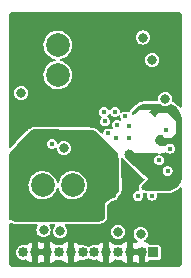
<source format=gbr>
%TF.GenerationSoftware,KiCad,Pcbnew,(6.0.5)*%
%TF.CreationDate,2023-11-22T15:12:11+07:00*%
%TF.ProjectId,lidar,6c696461-722e-46b6-9963-61645f706362,rev?*%
%TF.SameCoordinates,Original*%
%TF.FileFunction,Copper,L3,Inr*%
%TF.FilePolarity,Positive*%
%FSLAX46Y46*%
G04 Gerber Fmt 4.6, Leading zero omitted, Abs format (unit mm)*
G04 Created by KiCad (PCBNEW (6.0.5)) date 2023-11-22 15:12:11*
%MOMM*%
%LPD*%
G01*
G04 APERTURE LIST*
%TA.AperFunction,ComponentPad*%
%ADD10C,0.400000*%
%TD*%
%TA.AperFunction,ComponentPad*%
%ADD11R,0.850000X0.850000*%
%TD*%
%TA.AperFunction,ComponentPad*%
%ADD12O,0.850000X0.850000*%
%TD*%
%TA.AperFunction,ComponentPad*%
%ADD13C,2.000000*%
%TD*%
%TA.AperFunction,ViaPad*%
%ADD14C,0.400000*%
%TD*%
%TA.AperFunction,ViaPad*%
%ADD15C,0.800000*%
%TD*%
G04 APERTURE END LIST*
D10*
%TO.N,GND1*%
%TO.C,U1*%
X137275216Y-83724784D03*
X138000000Y-83000000D03*
X138724784Y-82275216D03*
X136921662Y-81921662D03*
X139078338Y-84078338D03*
%TD*%
D11*
%TO.N,/SCL_S*%
%TO.C,J1*%
X141100000Y-93800000D03*
D12*
%TO.N,GND3*%
X140100000Y-93800000D03*
X139100000Y-93800000D03*
%TO.N,/GP1*%
X138100000Y-93800000D03*
%TO.N,GND3*%
X137100000Y-93800000D03*
%TO.N,/VDD_EXT_3P3*%
X136100000Y-93800000D03*
%TO.N,/VSYNC_RST*%
X135100000Y-93800000D03*
%TO.N,GND3*%
X134100000Y-93800000D03*
%TO.N,/GP2*%
X133100000Y-93800000D03*
%TO.N,GND3*%
X132100000Y-93800000D03*
X131100000Y-93800000D03*
%TO.N,/SDA_S*%
X130100000Y-93800000D03*
%TD*%
D13*
%TO.N,GND1*%
%TO.C,D2*%
X133000000Y-76230000D03*
%TO.N,Net-(D2-Pad2)*%
X133000000Y-78770000D03*
%TD*%
%TO.N,/VDD_LED*%
%TO.C,D1*%
X131730000Y-88100000D03*
%TO.N,Net-(D1-PadC)*%
X134270000Y-88100000D03*
%TD*%
D14*
%TO.N,GND1*%
X139000000Y-83100000D03*
X137000000Y-82700000D03*
X137921662Y-84078338D03*
X137856274Y-81891352D03*
%TO.N,GND3*%
X143200000Y-91800000D03*
D15*
X140200000Y-74400000D03*
D14*
%TO.N,GND*%
X130600000Y-90900000D03*
D15*
X140200000Y-75600000D03*
D14*
X129400000Y-90400000D03*
X131700000Y-84300000D03*
D15*
X141000000Y-77500000D03*
D14*
X129400000Y-85700000D03*
X139800000Y-89000000D03*
X132600000Y-85700000D03*
D15*
%TO.N,/VDD_LED*%
X140026944Y-92226944D03*
X131800000Y-91900000D03*
D14*
%TO.N,GND2*%
X140979122Y-88979122D03*
D15*
X133513000Y-84979000D03*
%TO.N,/IOVDD_DUT*%
X142750000Y-81850000D03*
D14*
X140674500Y-88200000D03*
%TO.N,/SCL_S*%
X142500000Y-85000000D03*
%TO.N,/SDA_S*%
X132500000Y-84600000D03*
X142200000Y-83400000D03*
D15*
%TO.N,/GP1*%
X138100000Y-92050500D03*
D14*
X142300000Y-86900000D03*
%TO.N,/GP2*%
X141600000Y-86000000D03*
D15*
X133200000Y-92000000D03*
%TO.N,/VSYNC_RST*%
X142100000Y-80800000D03*
X129900000Y-80300000D03*
%TD*%
%TA.AperFunction,Conductor*%
%TO.N,GND*%
G36*
X132170862Y-83370133D02*
G01*
X134145935Y-83387336D01*
X135483264Y-83398983D01*
X135557967Y-83399634D01*
X135559994Y-83399672D01*
X135574412Y-83400093D01*
X135597946Y-83400780D01*
X135601991Y-83400982D01*
X135639852Y-83403643D01*
X135641811Y-83403801D01*
X135825511Y-83420501D01*
X135869279Y-83424480D01*
X135880609Y-83426175D01*
X135947099Y-83440100D01*
X136036223Y-83458766D01*
X136057912Y-83466007D01*
X136196656Y-83530991D01*
X136216105Y-83543019D01*
X136340755Y-83641694D01*
X136349312Y-83649312D01*
X137861253Y-85161253D01*
X137867634Y-85168278D01*
X137980383Y-85305028D01*
X137990981Y-85320733D01*
X138073321Y-85472287D01*
X138080731Y-85489726D01*
X138103416Y-85561560D01*
X138132670Y-85654196D01*
X138136621Y-85672738D01*
X138156795Y-85848809D01*
X138157423Y-85858279D01*
X138199831Y-88190718D01*
X138199838Y-88191163D01*
X138199953Y-88199566D01*
X138199961Y-88200473D01*
X138199999Y-88208867D01*
X138200000Y-88209315D01*
X138200000Y-88511596D01*
X138198675Y-88527740D01*
X138184754Y-88611967D01*
X138174365Y-88642536D01*
X138137970Y-88710542D01*
X138118297Y-88736145D01*
X138055931Y-88794455D01*
X138043238Y-88804508D01*
X137900000Y-88900000D01*
X137900000Y-89048875D01*
X137898744Y-89054688D01*
X137886770Y-89099376D01*
X137861147Y-89143757D01*
X137843757Y-89161147D01*
X137799375Y-89186770D01*
X137755488Y-89198529D01*
X137748391Y-89200000D01*
X137600000Y-89200000D01*
X137475194Y-89283204D01*
X137475192Y-89283205D01*
X137300000Y-89400000D01*
X137000000Y-89600000D01*
X137000000Y-90723364D01*
X136998906Y-90738040D01*
X136984721Y-90832672D01*
X136976116Y-90860732D01*
X136938028Y-90940320D01*
X136921573Y-90964625D01*
X136861821Y-91029550D01*
X136838972Y-91047954D01*
X136756362Y-91096278D01*
X136743152Y-91102739D01*
X136683183Y-91126727D01*
X136674285Y-91129804D01*
X136505587Y-91179297D01*
X136487121Y-91182853D01*
X136312113Y-91199552D01*
X136302709Y-91200000D01*
X129566262Y-91200000D01*
X129558307Y-91199680D01*
X129556720Y-91199552D01*
X129410046Y-91187728D01*
X129394355Y-91185182D01*
X129249894Y-91149629D01*
X129242285Y-91147428D01*
X129180700Y-91126900D01*
X129057335Y-91085778D01*
X129043122Y-91079772D01*
X128953969Y-91033597D01*
X128910994Y-90990047D01*
X128900500Y-90945689D01*
X128900500Y-88068440D01*
X130524770Y-88068440D01*
X130530428Y-88154760D01*
X130532814Y-88191163D01*
X130539200Y-88288604D01*
X130540316Y-88292997D01*
X130540316Y-88292999D01*
X130563873Y-88385754D01*
X130593511Y-88502452D01*
X130685883Y-88702821D01*
X130813222Y-88883002D01*
X130971264Y-89036961D01*
X131154717Y-89159540D01*
X131357436Y-89246635D01*
X131435165Y-89264223D01*
X131568206Y-89294328D01*
X131568211Y-89294329D01*
X131572632Y-89295329D01*
X131682865Y-89299660D01*
X131788565Y-89303813D01*
X131788566Y-89303813D01*
X131793098Y-89303991D01*
X132011452Y-89272331D01*
X132015751Y-89270872D01*
X132015754Y-89270871D01*
X132216078Y-89202870D01*
X132220379Y-89201410D01*
X132225524Y-89198529D01*
X132408925Y-89095819D01*
X132412884Y-89093602D01*
X132582518Y-88952518D01*
X132723602Y-88782884D01*
X132831410Y-88590379D01*
X132902331Y-88381452D01*
X132903763Y-88371575D01*
X132930826Y-88316700D01*
X132984976Y-88288213D01*
X133045528Y-88296995D01*
X133089353Y-88339691D01*
X133097691Y-88361414D01*
X133133511Y-88502452D01*
X133225883Y-88702821D01*
X133353222Y-88883002D01*
X133511264Y-89036961D01*
X133694717Y-89159540D01*
X133897436Y-89246635D01*
X133975165Y-89264223D01*
X134108206Y-89294328D01*
X134108211Y-89294329D01*
X134112632Y-89295329D01*
X134222865Y-89299660D01*
X134328565Y-89303813D01*
X134328566Y-89303813D01*
X134333098Y-89303991D01*
X134551452Y-89272331D01*
X134555751Y-89270872D01*
X134555754Y-89270871D01*
X134756078Y-89202870D01*
X134760379Y-89201410D01*
X134765524Y-89198529D01*
X134948925Y-89095819D01*
X134952884Y-89093602D01*
X135122518Y-88952518D01*
X135263602Y-88782884D01*
X135371410Y-88590379D01*
X135442331Y-88381452D01*
X135455156Y-88292999D01*
X135473571Y-88165997D01*
X135473571Y-88165991D01*
X135473991Y-88163098D01*
X135475643Y-88100000D01*
X135455454Y-87880289D01*
X135395565Y-87667936D01*
X135393557Y-87663864D01*
X135393555Y-87663859D01*
X135299988Y-87474125D01*
X135297980Y-87470053D01*
X135165967Y-87293267D01*
X135003949Y-87143499D01*
X134817350Y-87025764D01*
X134612421Y-86944006D01*
X134396024Y-86900962D01*
X134287347Y-86899539D01*
X134179946Y-86898133D01*
X134179941Y-86898133D01*
X134175406Y-86898074D01*
X134170933Y-86898843D01*
X134170928Y-86898843D01*
X133962435Y-86934668D01*
X133962429Y-86934670D01*
X133957957Y-86935438D01*
X133930176Y-86945687D01*
X133755220Y-87010231D01*
X133755217Y-87010232D01*
X133750957Y-87011804D01*
X133747054Y-87014126D01*
X133747052Y-87014127D01*
X133727492Y-87025764D01*
X133561341Y-87124614D01*
X133557926Y-87127609D01*
X133557923Y-87127611D01*
X133450036Y-87222225D01*
X133395457Y-87270090D01*
X133258863Y-87443360D01*
X133156131Y-87638620D01*
X133154787Y-87642949D01*
X133154786Y-87642952D01*
X133093402Y-87840641D01*
X133058089Y-87890608D01*
X133000151Y-87910276D01*
X132941718Y-87892132D01*
X132903572Y-87838157D01*
X132856798Y-87672308D01*
X132855565Y-87667936D01*
X132853557Y-87663864D01*
X132853555Y-87663859D01*
X132759988Y-87474125D01*
X132757980Y-87470053D01*
X132625967Y-87293267D01*
X132463949Y-87143499D01*
X132277350Y-87025764D01*
X132072421Y-86944006D01*
X131856024Y-86900962D01*
X131747347Y-86899539D01*
X131639946Y-86898133D01*
X131639941Y-86898133D01*
X131635406Y-86898074D01*
X131630933Y-86898843D01*
X131630928Y-86898843D01*
X131422435Y-86934668D01*
X131422429Y-86934670D01*
X131417957Y-86935438D01*
X131390176Y-86945687D01*
X131215220Y-87010231D01*
X131215217Y-87010232D01*
X131210957Y-87011804D01*
X131207054Y-87014126D01*
X131207052Y-87014127D01*
X131187492Y-87025764D01*
X131021341Y-87124614D01*
X131017926Y-87127609D01*
X131017923Y-87127611D01*
X130910036Y-87222225D01*
X130855457Y-87270090D01*
X130718863Y-87443360D01*
X130616131Y-87638620D01*
X130550703Y-87849333D01*
X130550169Y-87853843D01*
X130550169Y-87853844D01*
X130547039Y-87880289D01*
X130524770Y-88068440D01*
X128900500Y-88068440D01*
X128900500Y-85468305D01*
X128922504Y-85406075D01*
X129073030Y-85219835D01*
X129073784Y-85218915D01*
X129087986Y-85201769D01*
X129089529Y-85199950D01*
X129104161Y-85183127D01*
X129104950Y-85182231D01*
X129117385Y-85168278D01*
X129564051Y-84667056D01*
X129564390Y-84666678D01*
X129571181Y-84659142D01*
X129571835Y-84658423D01*
X129578844Y-84650815D01*
X129579146Y-84650489D01*
X129626173Y-84600000D01*
X132074258Y-84600000D01*
X132075477Y-84607697D01*
X132087270Y-84682154D01*
X132095095Y-84731562D01*
X132098631Y-84738501D01*
X132098631Y-84738502D01*
X132141297Y-84822238D01*
X132155567Y-84850245D01*
X132249755Y-84944433D01*
X132256692Y-84947968D01*
X132256694Y-84947969D01*
X132330224Y-84985434D01*
X132368438Y-85004905D01*
X132376131Y-85006124D01*
X132376133Y-85006124D01*
X132492303Y-85024523D01*
X132500000Y-85025742D01*
X132507697Y-85024523D01*
X132623867Y-85006124D01*
X132623869Y-85006124D01*
X132631562Y-85004905D01*
X132669776Y-84985434D01*
X132743302Y-84947971D01*
X132743305Y-84947969D01*
X132750245Y-84944433D01*
X132755096Y-84939582D01*
X132812838Y-84920821D01*
X132871029Y-84939728D01*
X132906993Y-84989228D01*
X132910991Y-85006899D01*
X132927956Y-85135762D01*
X132988464Y-85281841D01*
X133084718Y-85407282D01*
X133210159Y-85503536D01*
X133356238Y-85564044D01*
X133513000Y-85584682D01*
X133669762Y-85564044D01*
X133815841Y-85503536D01*
X133941282Y-85407282D01*
X134037536Y-85281841D01*
X134098044Y-85135762D01*
X134115737Y-85001369D01*
X134117835Y-84985434D01*
X134118682Y-84979000D01*
X134098044Y-84822238D01*
X134037536Y-84676159D01*
X133941282Y-84550718D01*
X133815841Y-84454464D01*
X133669762Y-84393956D01*
X133513000Y-84373318D01*
X133356238Y-84393956D01*
X133210159Y-84454464D01*
X133084718Y-84550718D01*
X133080764Y-84555871D01*
X133078294Y-84558341D01*
X133023777Y-84586118D01*
X132963345Y-84576547D01*
X132920080Y-84533282D01*
X132910509Y-84503822D01*
X132906124Y-84476134D01*
X132906124Y-84476133D01*
X132904905Y-84468438D01*
X132844433Y-84349755D01*
X132750245Y-84255567D01*
X132743308Y-84252032D01*
X132743306Y-84252031D01*
X132638502Y-84198631D01*
X132638501Y-84198631D01*
X132631562Y-84195095D01*
X132623869Y-84193876D01*
X132623867Y-84193876D01*
X132507697Y-84175477D01*
X132500000Y-84174258D01*
X132492303Y-84175477D01*
X132376133Y-84193876D01*
X132376131Y-84193876D01*
X132368438Y-84195095D01*
X132361499Y-84198631D01*
X132361498Y-84198631D01*
X132256694Y-84252031D01*
X132256692Y-84252032D01*
X132249755Y-84255567D01*
X132155567Y-84349755D01*
X132095095Y-84468438D01*
X132093876Y-84476131D01*
X132093876Y-84476133D01*
X132076457Y-84586118D01*
X132074258Y-84600000D01*
X129626173Y-84600000D01*
X130479338Y-83684026D01*
X130486712Y-83676890D01*
X130631099Y-83550970D01*
X130647854Y-83539171D01*
X130810581Y-83448193D01*
X130829403Y-83440101D01*
X131007364Y-83384585D01*
X131027456Y-83380539D01*
X131218187Y-83362367D01*
X131228439Y-83361925D01*
X132170862Y-83370133D01*
G37*
%TD.AperFunction*%
%TD*%
%TA.AperFunction,Conductor*%
%TO.N,GND3*%
G36*
X138540123Y-85790960D02*
G01*
X138544568Y-85797185D01*
X138551872Y-85808298D01*
X138614617Y-85889727D01*
X138624482Y-85901581D01*
X138634397Y-85912625D01*
X138645126Y-85923709D01*
X138645796Y-85924351D01*
X138724734Y-86000000D01*
X139663864Y-86900000D01*
X139818683Y-87048368D01*
X140329184Y-87537598D01*
X140358115Y-87591512D01*
X140349831Y-87652134D01*
X140330661Y-87679106D01*
X140002709Y-88006791D01*
X140001607Y-88008053D01*
X140001599Y-88008062D01*
X139985410Y-88026609D01*
X139984299Y-88027882D01*
X139968022Y-88049317D01*
X139952645Y-88072721D01*
X139951830Y-88074167D01*
X139951826Y-88074174D01*
X139926126Y-88119787D01*
X139926123Y-88119794D01*
X139924469Y-88122729D01*
X139903914Y-88174685D01*
X139891218Y-88226486D01*
X139885419Y-88282056D01*
X139886820Y-88325324D01*
X139896201Y-88380399D01*
X139912220Y-88431267D01*
X139913662Y-88434318D01*
X139913666Y-88434329D01*
X139914292Y-88435654D01*
X139914344Y-88436061D01*
X139914895Y-88437468D01*
X139914542Y-88437606D01*
X139922058Y-88496344D01*
X139892668Y-88550008D01*
X139837347Y-88576148D01*
X139809297Y-88575730D01*
X139807699Y-88575477D01*
X139807697Y-88575477D01*
X139800000Y-88574258D01*
X139792303Y-88575477D01*
X139676133Y-88593876D01*
X139676131Y-88593876D01*
X139668438Y-88595095D01*
X139661499Y-88598631D01*
X139661498Y-88598631D01*
X139556694Y-88652031D01*
X139556692Y-88652032D01*
X139549755Y-88655567D01*
X139455567Y-88749755D01*
X139452032Y-88756692D01*
X139452031Y-88756694D01*
X139411750Y-88835751D01*
X139395095Y-88868438D01*
X139393876Y-88876131D01*
X139393876Y-88876133D01*
X139378232Y-88974910D01*
X139374258Y-89000000D01*
X139375477Y-89007697D01*
X139390570Y-89102989D01*
X139395095Y-89131562D01*
X139398631Y-89138501D01*
X139398631Y-89138502D01*
X139447735Y-89234873D01*
X139455567Y-89250245D01*
X139549755Y-89344433D01*
X139556692Y-89347968D01*
X139556694Y-89347969D01*
X139661498Y-89401369D01*
X139668438Y-89404905D01*
X139676131Y-89406124D01*
X139676133Y-89406124D01*
X139792303Y-89424523D01*
X139800000Y-89425742D01*
X139807697Y-89424523D01*
X139923867Y-89406124D01*
X139923869Y-89406124D01*
X139931562Y-89404905D01*
X139938502Y-89401369D01*
X140043306Y-89347969D01*
X140043308Y-89347968D01*
X140050245Y-89344433D01*
X140144433Y-89250245D01*
X140152266Y-89234873D01*
X140201369Y-89138502D01*
X140201369Y-89138501D01*
X140204905Y-89131562D01*
X140209431Y-89102989D01*
X140224523Y-89007697D01*
X140225742Y-89000000D01*
X140204905Y-88868438D01*
X140204157Y-88866970D01*
X140204160Y-88808893D01*
X140240126Y-88759394D01*
X140298318Y-88740490D01*
X140322474Y-88743484D01*
X140326132Y-88744405D01*
X140326164Y-88744412D01*
X140327579Y-88744768D01*
X140329038Y-88745044D01*
X140329036Y-88745044D01*
X140350004Y-88749017D01*
X140350009Y-88749018D01*
X140351472Y-88749295D01*
X140457503Y-88762947D01*
X140469611Y-88764142D01*
X140470320Y-88764191D01*
X140470369Y-88764195D01*
X140478270Y-88764740D01*
X140535022Y-88787606D01*
X140567494Y-88839463D01*
X140569239Y-88878991D01*
X140553380Y-88979122D01*
X140554599Y-88986819D01*
X140572312Y-89098654D01*
X140574217Y-89110684D01*
X140577753Y-89117623D01*
X140577753Y-89117624D01*
X140620809Y-89202125D01*
X140634689Y-89229367D01*
X140728877Y-89323555D01*
X140735814Y-89327090D01*
X140735816Y-89327091D01*
X140840620Y-89380491D01*
X140847560Y-89384027D01*
X140855253Y-89385246D01*
X140855255Y-89385246D01*
X140971425Y-89403645D01*
X140979122Y-89404864D01*
X140986819Y-89403645D01*
X141102989Y-89385246D01*
X141102991Y-89385246D01*
X141110684Y-89384027D01*
X141117624Y-89380491D01*
X141222428Y-89327091D01*
X141222430Y-89327090D01*
X141229367Y-89323555D01*
X141323555Y-89229367D01*
X141337436Y-89202125D01*
X141380491Y-89117624D01*
X141380491Y-89117623D01*
X141384027Y-89110684D01*
X141385933Y-89098654D01*
X141403645Y-88986819D01*
X141404864Y-88979122D01*
X141401229Y-88956168D01*
X141390666Y-88889477D01*
X141400238Y-88829045D01*
X141443502Y-88785780D01*
X141489396Y-88774995D01*
X142320114Y-88782977D01*
X142320662Y-88782970D01*
X142320682Y-88782970D01*
X142328782Y-88782867D01*
X142328825Y-88782866D01*
X142329292Y-88782860D01*
X142329794Y-88782842D01*
X142329810Y-88782842D01*
X142337563Y-88782570D01*
X142337573Y-88782570D01*
X142338130Y-88782550D01*
X142347297Y-88782023D01*
X142347883Y-88781976D01*
X142347900Y-88781975D01*
X142410281Y-88776990D01*
X142511968Y-88768863D01*
X142513074Y-88768725D01*
X142513090Y-88768723D01*
X142521134Y-88767716D01*
X142530192Y-88766583D01*
X142547606Y-88763609D01*
X142558862Y-88761165D01*
X142564473Y-88759947D01*
X142564486Y-88759944D01*
X142565540Y-88759715D01*
X142720950Y-88718625D01*
X142738467Y-88713146D01*
X142739492Y-88712774D01*
X142739502Y-88712771D01*
X142754025Y-88707505D01*
X142755079Y-88707123D01*
X142772045Y-88700099D01*
X142917676Y-88632034D01*
X142933944Y-88623525D01*
X142949221Y-88614644D01*
X142964663Y-88604719D01*
X143099510Y-88509275D01*
X143099936Y-88508959D01*
X143099976Y-88508930D01*
X143103145Y-88506578D01*
X143106891Y-88503799D01*
X143113847Y-88498393D01*
X143120963Y-88492603D01*
X143133674Y-88481781D01*
X143276872Y-88359863D01*
X143276904Y-88359835D01*
X143277409Y-88359405D01*
X143285675Y-88351972D01*
X143286141Y-88351530D01*
X143286159Y-88351513D01*
X143292923Y-88345092D01*
X143292951Y-88345065D01*
X143293431Y-88344609D01*
X143301281Y-88336744D01*
X143328558Y-88307890D01*
X143382273Y-88278592D01*
X143442950Y-88286463D01*
X143487413Y-88328495D01*
X143499500Y-88375900D01*
X143499500Y-94759103D01*
X143477028Y-94821908D01*
X143413290Y-94899573D01*
X143399573Y-94913290D01*
X143321908Y-94977028D01*
X143259103Y-94999500D01*
X129140897Y-94999500D01*
X129078092Y-94977028D01*
X129000427Y-94913290D01*
X128986710Y-94899573D01*
X128922972Y-94821908D01*
X128900500Y-94759103D01*
X128900500Y-93793402D01*
X129469941Y-93793402D01*
X129486554Y-93943883D01*
X129488606Y-93949490D01*
X129536530Y-94080451D01*
X129536532Y-94080455D01*
X129538582Y-94086057D01*
X129623022Y-94211716D01*
X129627434Y-94215731D01*
X129627437Y-94215734D01*
X129713083Y-94293666D01*
X129734998Y-94313607D01*
X129793137Y-94345174D01*
X129862801Y-94382999D01*
X129862803Y-94383000D01*
X129868047Y-94385847D01*
X129944798Y-94405982D01*
X130008717Y-94422751D01*
X130008721Y-94422751D01*
X130014486Y-94424264D01*
X130020447Y-94424358D01*
X130020450Y-94424358D01*
X130090175Y-94425453D01*
X130165863Y-94426642D01*
X130171679Y-94425310D01*
X130310499Y-94393516D01*
X130371442Y-94398955D01*
X130406173Y-94423773D01*
X130468790Y-94493317D01*
X130476460Y-94500223D01*
X130626739Y-94609407D01*
X130635664Y-94614560D01*
X130805361Y-94690114D01*
X130815170Y-94693301D01*
X130830662Y-94696594D01*
X130843750Y-94695218D01*
X130846000Y-94686821D01*
X130846000Y-94684174D01*
X131354000Y-94684174D01*
X131358067Y-94696690D01*
X131366746Y-94697145D01*
X131384830Y-94693301D01*
X131394639Y-94690114D01*
X131559733Y-94616609D01*
X131620583Y-94610213D01*
X131640267Y-94616609D01*
X131805361Y-94690114D01*
X131815170Y-94693301D01*
X131830662Y-94696594D01*
X131843750Y-94695218D01*
X131846000Y-94686821D01*
X131846000Y-94684174D01*
X132354000Y-94684174D01*
X132358067Y-94696690D01*
X132366746Y-94697145D01*
X132384830Y-94693301D01*
X132394639Y-94690114D01*
X132564336Y-94614560D01*
X132573261Y-94609407D01*
X132723540Y-94500223D01*
X132731210Y-94493317D01*
X132795276Y-94422164D01*
X132848264Y-94391571D01*
X132893969Y-94392648D01*
X132974854Y-94413867D01*
X133014486Y-94424264D01*
X133020447Y-94424358D01*
X133020450Y-94424358D01*
X133090175Y-94425453D01*
X133165863Y-94426642D01*
X133171679Y-94425310D01*
X133310499Y-94393516D01*
X133371442Y-94398955D01*
X133406173Y-94423773D01*
X133468790Y-94493317D01*
X133476460Y-94500223D01*
X133626739Y-94609407D01*
X133635664Y-94614560D01*
X133805361Y-94690114D01*
X133815170Y-94693301D01*
X133830662Y-94696594D01*
X133843750Y-94695218D01*
X133846000Y-94686821D01*
X133846000Y-94684174D01*
X134354000Y-94684174D01*
X134358067Y-94696690D01*
X134366746Y-94697145D01*
X134384830Y-94693301D01*
X134394639Y-94690114D01*
X134564336Y-94614560D01*
X134573261Y-94609407D01*
X134723540Y-94500223D01*
X134731210Y-94493317D01*
X134795276Y-94422164D01*
X134848264Y-94391571D01*
X134893969Y-94392648D01*
X134974854Y-94413867D01*
X135014486Y-94424264D01*
X135020447Y-94424358D01*
X135020450Y-94424358D01*
X135090175Y-94425453D01*
X135165863Y-94426642D01*
X135171679Y-94425310D01*
X135307614Y-94394177D01*
X135307617Y-94394176D01*
X135313437Y-94392843D01*
X135324337Y-94387361D01*
X135443355Y-94327502D01*
X135443357Y-94327501D01*
X135448689Y-94324819D01*
X135536364Y-94249937D01*
X135592891Y-94226522D01*
X135652386Y-94240805D01*
X135667280Y-94251988D01*
X135734998Y-94313607D01*
X135793137Y-94345174D01*
X135862801Y-94382999D01*
X135862803Y-94383000D01*
X135868047Y-94385847D01*
X135944798Y-94405982D01*
X136008717Y-94422751D01*
X136008721Y-94422751D01*
X136014486Y-94424264D01*
X136020447Y-94424358D01*
X136020450Y-94424358D01*
X136090175Y-94425453D01*
X136165863Y-94426642D01*
X136171679Y-94425310D01*
X136310499Y-94393516D01*
X136371442Y-94398955D01*
X136406173Y-94423773D01*
X136468790Y-94493317D01*
X136476460Y-94500223D01*
X136626739Y-94609407D01*
X136635664Y-94614560D01*
X136805361Y-94690114D01*
X136815170Y-94693301D01*
X136830662Y-94696594D01*
X136843750Y-94695218D01*
X136846000Y-94686821D01*
X136846000Y-94684174D01*
X137354000Y-94684174D01*
X137358067Y-94696690D01*
X137366746Y-94697145D01*
X137384830Y-94693301D01*
X137394639Y-94690114D01*
X137564336Y-94614560D01*
X137573261Y-94609407D01*
X137723540Y-94500223D01*
X137731210Y-94493317D01*
X137795276Y-94422164D01*
X137848264Y-94391571D01*
X137893969Y-94392648D01*
X137974854Y-94413867D01*
X138014486Y-94424264D01*
X138020447Y-94424358D01*
X138020450Y-94424358D01*
X138090175Y-94425453D01*
X138165863Y-94426642D01*
X138171679Y-94425310D01*
X138310499Y-94393516D01*
X138371442Y-94398955D01*
X138406173Y-94423773D01*
X138468790Y-94493317D01*
X138476460Y-94500223D01*
X138626739Y-94609407D01*
X138635664Y-94614560D01*
X138805361Y-94690114D01*
X138815170Y-94693301D01*
X138830662Y-94696594D01*
X138843750Y-94695218D01*
X138846000Y-94686821D01*
X138846000Y-94684174D01*
X139354000Y-94684174D01*
X139358067Y-94696690D01*
X139366746Y-94697145D01*
X139384830Y-94693301D01*
X139394639Y-94690114D01*
X139559733Y-94616609D01*
X139620583Y-94610213D01*
X139640267Y-94616609D01*
X139805361Y-94690114D01*
X139815170Y-94693301D01*
X139830662Y-94696594D01*
X139843750Y-94695218D01*
X139846000Y-94686821D01*
X139846000Y-94069680D01*
X139841878Y-94056995D01*
X139837757Y-94054000D01*
X139369680Y-94054000D01*
X139356995Y-94058122D01*
X139354000Y-94062243D01*
X139354000Y-94684174D01*
X138846000Y-94684174D01*
X138846000Y-93530320D01*
X139354000Y-93530320D01*
X139358122Y-93543005D01*
X139362243Y-93546000D01*
X140255000Y-93546000D01*
X140313191Y-93564907D01*
X140349155Y-93614407D01*
X140354000Y-93645000D01*
X140354000Y-94684174D01*
X140358067Y-94696690D01*
X140366746Y-94697145D01*
X140384830Y-94693301D01*
X140394639Y-94690114D01*
X140564336Y-94614560D01*
X140573261Y-94609407D01*
X140723540Y-94500223D01*
X140731215Y-94493312D01*
X140762780Y-94458256D01*
X140815768Y-94427663D01*
X140836351Y-94425500D01*
X141544748Y-94425500D01*
X141570995Y-94420279D01*
X141593666Y-94415770D01*
X141593668Y-94415769D01*
X141603231Y-94413867D01*
X141669552Y-94369552D01*
X141713867Y-94303231D01*
X141725500Y-94244748D01*
X141725500Y-93355252D01*
X141713867Y-93296769D01*
X141669552Y-93230448D01*
X141603231Y-93186133D01*
X141593668Y-93184231D01*
X141593666Y-93184230D01*
X141570995Y-93179721D01*
X141544748Y-93174500D01*
X140836351Y-93174500D01*
X140778160Y-93155593D01*
X140762780Y-93141744D01*
X140731215Y-93106688D01*
X140723540Y-93099777D01*
X140573261Y-92990593D01*
X140564336Y-92985440D01*
X140394640Y-92909887D01*
X140383009Y-92906108D01*
X140333508Y-92870145D01*
X140314600Y-92811954D01*
X140333506Y-92753763D01*
X140353333Y-92733411D01*
X140450073Y-92659180D01*
X140455226Y-92655226D01*
X140551480Y-92529785D01*
X140611988Y-92383706D01*
X140632626Y-92226944D01*
X140611988Y-92070182D01*
X140606501Y-92056934D01*
X140582918Y-92000000D01*
X140551480Y-91924103D01*
X140455226Y-91798662D01*
X140329785Y-91702408D01*
X140183706Y-91641900D01*
X140026944Y-91621262D01*
X139870182Y-91641900D01*
X139724103Y-91702408D01*
X139598662Y-91798662D01*
X139502408Y-91924103D01*
X139470970Y-92000000D01*
X139447388Y-92056934D01*
X139441900Y-92070182D01*
X139421262Y-92226944D01*
X139441900Y-92383706D01*
X139502408Y-92529785D01*
X139598662Y-92655226D01*
X139724103Y-92751480D01*
X139730100Y-92753964D01*
X139737622Y-92757080D01*
X139784148Y-92796816D01*
X139798432Y-92856310D01*
X139775018Y-92912839D01*
X139740004Y-92938985D01*
X139640267Y-92983391D01*
X139579417Y-92989787D01*
X139559733Y-92983391D01*
X139394639Y-92909886D01*
X139384830Y-92906699D01*
X139369338Y-92903406D01*
X139356250Y-92904782D01*
X139354000Y-92913179D01*
X139354000Y-93530320D01*
X138846000Y-93530320D01*
X138846000Y-92915826D01*
X138841933Y-92903310D01*
X138833254Y-92902855D01*
X138815170Y-92906699D01*
X138805361Y-92909886D01*
X138635671Y-92985437D01*
X138626732Y-92990598D01*
X138476465Y-93099773D01*
X138468785Y-93106688D01*
X138405140Y-93177373D01*
X138352152Y-93207966D01*
X138307451Y-93207146D01*
X138184762Y-93176328D01*
X138184759Y-93176328D01*
X138178972Y-93174874D01*
X138103276Y-93174478D01*
X138033545Y-93174113D01*
X138033543Y-93174113D01*
X138027579Y-93174082D01*
X138021776Y-93175475D01*
X138021777Y-93175475D01*
X137891058Y-93206857D01*
X137830061Y-93202056D01*
X137794375Y-93176835D01*
X137731215Y-93106687D01*
X137723540Y-93099777D01*
X137573261Y-92990593D01*
X137564336Y-92985440D01*
X137394639Y-92909886D01*
X137384830Y-92906699D01*
X137369338Y-92903406D01*
X137356250Y-92904782D01*
X137354000Y-92913179D01*
X137354000Y-94684174D01*
X136846000Y-94684174D01*
X136846000Y-92915826D01*
X136841933Y-92903310D01*
X136833254Y-92902855D01*
X136815170Y-92906699D01*
X136805361Y-92909886D01*
X136635671Y-92985437D01*
X136626732Y-92990598D01*
X136476465Y-93099773D01*
X136468785Y-93106688D01*
X136405140Y-93177373D01*
X136352152Y-93207966D01*
X136307451Y-93207146D01*
X136184762Y-93176328D01*
X136184759Y-93176328D01*
X136178972Y-93174874D01*
X136103276Y-93174478D01*
X136033545Y-93174113D01*
X136033543Y-93174113D01*
X136027579Y-93174082D01*
X136021776Y-93175475D01*
X136021777Y-93175475D01*
X135889856Y-93207146D01*
X135880367Y-93209424D01*
X135870434Y-93214551D01*
X135751141Y-93276122D01*
X135751139Y-93276124D01*
X135745835Y-93278861D01*
X135734602Y-93288660D01*
X135664860Y-93349500D01*
X135608581Y-93373505D01*
X135548939Y-93359845D01*
X135533923Y-93348815D01*
X135499709Y-93318332D01*
X135459603Y-93282599D01*
X135325805Y-93211757D01*
X135320017Y-93210303D01*
X135320014Y-93210302D01*
X135216219Y-93184230D01*
X135178972Y-93174874D01*
X135103276Y-93174478D01*
X135033545Y-93174113D01*
X135033543Y-93174113D01*
X135027579Y-93174082D01*
X135021776Y-93175475D01*
X135021777Y-93175475D01*
X134891058Y-93206857D01*
X134830061Y-93202056D01*
X134794375Y-93176835D01*
X134731215Y-93106687D01*
X134723540Y-93099777D01*
X134573261Y-92990593D01*
X134564336Y-92985440D01*
X134394639Y-92909886D01*
X134384830Y-92906699D01*
X134369338Y-92903406D01*
X134356250Y-92904782D01*
X134354000Y-92913179D01*
X134354000Y-94684174D01*
X133846000Y-94684174D01*
X133846000Y-92915826D01*
X133841933Y-92903310D01*
X133833254Y-92902855D01*
X133815170Y-92906699D01*
X133805361Y-92909886D01*
X133635671Y-92985437D01*
X133626732Y-92990598D01*
X133476465Y-93099773D01*
X133468785Y-93106688D01*
X133405140Y-93177373D01*
X133352152Y-93207966D01*
X133307451Y-93207146D01*
X133184762Y-93176328D01*
X133184759Y-93176328D01*
X133178972Y-93174874D01*
X133103276Y-93174478D01*
X133033545Y-93174113D01*
X133033543Y-93174113D01*
X133027579Y-93174082D01*
X133021776Y-93175475D01*
X133021777Y-93175475D01*
X132891058Y-93206857D01*
X132830061Y-93202056D01*
X132794375Y-93176835D01*
X132731215Y-93106687D01*
X132723540Y-93099777D01*
X132573261Y-92990593D01*
X132564336Y-92985440D01*
X132394639Y-92909886D01*
X132384830Y-92906699D01*
X132369338Y-92903406D01*
X132356250Y-92904782D01*
X132354000Y-92913179D01*
X132354000Y-94684174D01*
X131846000Y-94684174D01*
X131846000Y-94069680D01*
X131841878Y-94056995D01*
X131837757Y-94054000D01*
X131369680Y-94054000D01*
X131356995Y-94058122D01*
X131354000Y-94062243D01*
X131354000Y-94684174D01*
X130846000Y-94684174D01*
X130846000Y-93530320D01*
X131354000Y-93530320D01*
X131358122Y-93543005D01*
X131362243Y-93546000D01*
X131830320Y-93546000D01*
X131843005Y-93541878D01*
X131846000Y-93537757D01*
X131846000Y-92915826D01*
X131841933Y-92903310D01*
X131833254Y-92902855D01*
X131815170Y-92906699D01*
X131805361Y-92909886D01*
X131640267Y-92983391D01*
X131579417Y-92989787D01*
X131559733Y-92983391D01*
X131394639Y-92909886D01*
X131384830Y-92906699D01*
X131369338Y-92903406D01*
X131356250Y-92904782D01*
X131354000Y-92913179D01*
X131354000Y-93530320D01*
X130846000Y-93530320D01*
X130846000Y-92915826D01*
X130841933Y-92903310D01*
X130833254Y-92902855D01*
X130815170Y-92906699D01*
X130805361Y-92909886D01*
X130635671Y-92985437D01*
X130626732Y-92990598D01*
X130476465Y-93099773D01*
X130468785Y-93106688D01*
X130405140Y-93177373D01*
X130352152Y-93207966D01*
X130307451Y-93207146D01*
X130184762Y-93176328D01*
X130184759Y-93176328D01*
X130178972Y-93174874D01*
X130103276Y-93174478D01*
X130033545Y-93174113D01*
X130033543Y-93174113D01*
X130027579Y-93174082D01*
X130021776Y-93175475D01*
X130021777Y-93175475D01*
X129889856Y-93207146D01*
X129880367Y-93209424D01*
X129870434Y-93214551D01*
X129751141Y-93276122D01*
X129751139Y-93276124D01*
X129745835Y-93278861D01*
X129631749Y-93378385D01*
X129544696Y-93502249D01*
X129542529Y-93507807D01*
X129542528Y-93507809D01*
X129491870Y-93637741D01*
X129489702Y-93643302D01*
X129488923Y-93649217D01*
X129488923Y-93649218D01*
X129484739Y-93681000D01*
X129469941Y-93793402D01*
X128900500Y-93793402D01*
X128900500Y-91387471D01*
X128919407Y-91329280D01*
X128968907Y-91293316D01*
X129030807Y-91293551D01*
X129177300Y-91342382D01*
X129185182Y-91344835D01*
X129192791Y-91347036D01*
X129200784Y-91349175D01*
X129201242Y-91349288D01*
X129201247Y-91349289D01*
X129344284Y-91384492D01*
X129344308Y-91384497D01*
X129345245Y-91384728D01*
X129346199Y-91384922D01*
X129346197Y-91384922D01*
X129360468Y-91387831D01*
X129360483Y-91387834D01*
X129361441Y-91388029D01*
X129366048Y-91388776D01*
X129376168Y-91390419D01*
X129376188Y-91390422D01*
X129377132Y-91390575D01*
X129384920Y-91391519D01*
X129392541Y-91392444D01*
X129392556Y-91392445D01*
X129393533Y-91392564D01*
X129536188Y-91404064D01*
X129540207Y-91404388D01*
X129541270Y-91404474D01*
X129541320Y-91404477D01*
X129541786Y-91404515D01*
X129542264Y-91404544D01*
X129542280Y-91404545D01*
X129549579Y-91404986D01*
X129549605Y-91404987D01*
X129550047Y-91405014D01*
X129558002Y-91405334D01*
X129558498Y-91405344D01*
X129558499Y-91405344D01*
X129565565Y-91405486D01*
X129566262Y-91405500D01*
X131221777Y-91405500D01*
X131279968Y-91424407D01*
X131315932Y-91473907D01*
X131315932Y-91535093D01*
X131300319Y-91564767D01*
X131294487Y-91572368D01*
X131275464Y-91597159D01*
X131214956Y-91743238D01*
X131194318Y-91900000D01*
X131214956Y-92056762D01*
X131275464Y-92202841D01*
X131371718Y-92328282D01*
X131497159Y-92424536D01*
X131643238Y-92485044D01*
X131800000Y-92505682D01*
X131956762Y-92485044D01*
X132102841Y-92424536D01*
X132228282Y-92328282D01*
X132324536Y-92202841D01*
X132385044Y-92056762D01*
X132405682Y-91900000D01*
X132385044Y-91743238D01*
X132324536Y-91597159D01*
X132305513Y-91572368D01*
X132299681Y-91564767D01*
X132279257Y-91507091D01*
X132296635Y-91448425D01*
X132345177Y-91411178D01*
X132378223Y-91405500D01*
X132700127Y-91405500D01*
X132758318Y-91424407D01*
X132794282Y-91473907D01*
X132794282Y-91535093D01*
X132771945Y-91571544D01*
X132771718Y-91571718D01*
X132675464Y-91697159D01*
X132614956Y-91843238D01*
X132594318Y-92000000D01*
X132614956Y-92156762D01*
X132675464Y-92302841D01*
X132771718Y-92428282D01*
X132897159Y-92524536D01*
X133043238Y-92585044D01*
X133200000Y-92605682D01*
X133356762Y-92585044D01*
X133502841Y-92524536D01*
X133628282Y-92428282D01*
X133724536Y-92302841D01*
X133785044Y-92156762D01*
X133799034Y-92050500D01*
X137494318Y-92050500D01*
X137514956Y-92207262D01*
X137517440Y-92213259D01*
X137523109Y-92226944D01*
X137575464Y-92353341D01*
X137671718Y-92478782D01*
X137797159Y-92575036D01*
X137943238Y-92635544D01*
X138100000Y-92656182D01*
X138256762Y-92635544D01*
X138402841Y-92575036D01*
X138528282Y-92478782D01*
X138624536Y-92353341D01*
X138676891Y-92226944D01*
X138682560Y-92213259D01*
X138685044Y-92207262D01*
X138705682Y-92050500D01*
X138685044Y-91893738D01*
X138624536Y-91747659D01*
X138528282Y-91622218D01*
X138402841Y-91525964D01*
X138280923Y-91475464D01*
X138262759Y-91467940D01*
X138256762Y-91465456D01*
X138100000Y-91444818D01*
X137943238Y-91465456D01*
X137937241Y-91467940D01*
X137919077Y-91475464D01*
X137797159Y-91525964D01*
X137671718Y-91622218D01*
X137575464Y-91747659D01*
X137514956Y-91893738D01*
X137494318Y-92050500D01*
X133799034Y-92050500D01*
X133805682Y-92000000D01*
X133785044Y-91843238D01*
X133724536Y-91697159D01*
X133628282Y-91571718D01*
X133628402Y-91571626D01*
X133602092Y-91519987D01*
X133611663Y-91459555D01*
X133654928Y-91416290D01*
X133699873Y-91405500D01*
X136302709Y-91405500D01*
X136307599Y-91405383D01*
X136311906Y-91405281D01*
X136311917Y-91405281D01*
X136312488Y-91405267D01*
X136317400Y-91405033D01*
X136321313Y-91404847D01*
X136321348Y-91404845D01*
X136321892Y-91404819D01*
X136322444Y-91404780D01*
X136322487Y-91404777D01*
X136329804Y-91404254D01*
X136331633Y-91404123D01*
X136332233Y-91404066D01*
X136332254Y-91404064D01*
X136398970Y-91397698D01*
X136506641Y-91387424D01*
X136507821Y-91387254D01*
X136507833Y-91387253D01*
X136524826Y-91384811D01*
X136524833Y-91384810D01*
X136525980Y-91384645D01*
X136527112Y-91384427D01*
X136527118Y-91384426D01*
X136533435Y-91383209D01*
X136544446Y-91381089D01*
X136545570Y-91380817D01*
X136545582Y-91380814D01*
X136562318Y-91376758D01*
X136562331Y-91376755D01*
X136563439Y-91376486D01*
X136732137Y-91326993D01*
X136741446Y-91324019D01*
X136750344Y-91320942D01*
X136759505Y-91317529D01*
X136819474Y-91293541D01*
X136833441Y-91287342D01*
X136846651Y-91280881D01*
X136860123Y-91273658D01*
X136891381Y-91255373D01*
X136941146Y-91226263D01*
X136941159Y-91226255D01*
X136942733Y-91225334D01*
X136944231Y-91224301D01*
X136944239Y-91224296D01*
X136966369Y-91209036D01*
X136967879Y-91207995D01*
X136990728Y-91189591D01*
X137013030Y-91168712D01*
X137014265Y-91167370D01*
X137014275Y-91167360D01*
X137071518Y-91105160D01*
X137072782Y-91103787D01*
X137091742Y-91079833D01*
X137108197Y-91055528D01*
X137123395Y-91029030D01*
X137161483Y-90949442D01*
X137172585Y-90920982D01*
X137181190Y-90892922D01*
X137187951Y-90863135D01*
X137202136Y-90768503D01*
X137203837Y-90753316D01*
X137204931Y-90738640D01*
X137205500Y-90723364D01*
X137205500Y-89762963D01*
X137224407Y-89704772D01*
X137249585Y-89680590D01*
X137637280Y-89422127D01*
X137692195Y-89405500D01*
X137748391Y-89405500D01*
X137750893Y-89405243D01*
X137750901Y-89405243D01*
X137787598Y-89401480D01*
X137787608Y-89401478D01*
X137790099Y-89401223D01*
X137792555Y-89400714D01*
X137792561Y-89400713D01*
X137796512Y-89399894D01*
X137796526Y-89399891D01*
X137797196Y-89399752D01*
X137803504Y-89398254D01*
X137807996Y-89397188D01*
X137808013Y-89397184D01*
X137808673Y-89397027D01*
X137809326Y-89396852D01*
X137809338Y-89396849D01*
X137849430Y-89386107D01*
X137849435Y-89386105D01*
X137852560Y-89385268D01*
X137855544Y-89384032D01*
X137855553Y-89384029D01*
X137882198Y-89372992D01*
X137902122Y-89364740D01*
X137904922Y-89363123D01*
X137904927Y-89363121D01*
X137931171Y-89347969D01*
X137946504Y-89339117D01*
X137989067Y-89306457D01*
X138006457Y-89289067D01*
X138039116Y-89246506D01*
X138040964Y-89243306D01*
X138053017Y-89222428D01*
X138064739Y-89202125D01*
X138085268Y-89152563D01*
X138097242Y-89107875D01*
X138099609Y-89098088D01*
X138100865Y-89092275D01*
X138105046Y-89053126D01*
X138130026Y-88997272D01*
X138148571Y-88981266D01*
X138157229Y-88975494D01*
X138170827Y-88965602D01*
X138171590Y-88964998D01*
X138171612Y-88964981D01*
X138182738Y-88956168D01*
X138183520Y-88955549D01*
X138196278Y-88944565D01*
X138258644Y-88886255D01*
X138281248Y-88861354D01*
X138300921Y-88835751D01*
X138319155Y-88807507D01*
X138341048Y-88766599D01*
X138354594Y-88741288D01*
X138354597Y-88741281D01*
X138355550Y-88739501D01*
X138368935Y-88708662D01*
X138379324Y-88678093D01*
X138387503Y-88645477D01*
X138391047Y-88624039D01*
X138401259Y-88562249D01*
X138401260Y-88562244D01*
X138401424Y-88561250D01*
X138403486Y-88544550D01*
X138404811Y-88528406D01*
X138404959Y-88524810D01*
X138405459Y-88512594D01*
X138405500Y-88511596D01*
X138405500Y-88209315D01*
X138405498Y-88208409D01*
X138405459Y-88199567D01*
X138405453Y-88198661D01*
X138405445Y-88197754D01*
X138405434Y-88196754D01*
X138405319Y-88188351D01*
X138405304Y-88187427D01*
X138405073Y-88174685D01*
X138380231Y-86808396D01*
X138362889Y-85854543D01*
X138362891Y-85854543D01*
X138380011Y-85795832D01*
X138428395Y-85758380D01*
X138489552Y-85756518D01*
X138540123Y-85790960D01*
G37*
%TD.AperFunction*%
%TA.AperFunction,Conductor*%
G36*
X143321908Y-73422972D02*
G01*
X143399573Y-73486710D01*
X143413290Y-73500427D01*
X143477028Y-73578092D01*
X143499500Y-73640897D01*
X143499500Y-81456930D01*
X143480593Y-81515121D01*
X143431093Y-81551085D01*
X143369907Y-81551085D01*
X143321298Y-81516327D01*
X143307150Y-81497461D01*
X143238429Y-81405826D01*
X143224876Y-81389569D01*
X143211047Y-81374620D01*
X143195894Y-81359845D01*
X143056788Y-81237528D01*
X143040197Y-81224391D01*
X143039171Y-81223661D01*
X143024627Y-81213316D01*
X143024607Y-81213303D01*
X143023601Y-81212587D01*
X143022553Y-81211920D01*
X143022538Y-81211910D01*
X143006810Y-81201902D01*
X143005743Y-81201223D01*
X142844550Y-81109957D01*
X142825620Y-81100491D01*
X142818907Y-81097556D01*
X142808118Y-81092839D01*
X142808109Y-81092835D01*
X142806960Y-81092333D01*
X142787156Y-81084865D01*
X142750613Y-81073195D01*
X142700933Y-81037481D01*
X142681732Y-80979386D01*
X142684476Y-80958133D01*
X142685044Y-80956762D01*
X142686891Y-80942738D01*
X142704835Y-80806434D01*
X142704835Y-80806432D01*
X142705682Y-80800000D01*
X142685044Y-80643238D01*
X142624536Y-80497159D01*
X142528282Y-80371718D01*
X142402841Y-80275464D01*
X142256762Y-80214956D01*
X142100000Y-80194318D01*
X141943238Y-80214956D01*
X141797159Y-80275464D01*
X141671718Y-80371718D01*
X141575464Y-80497159D01*
X141514956Y-80643238D01*
X141494318Y-80800000D01*
X141505190Y-80882579D01*
X141494040Y-80942738D01*
X141449658Y-80984856D01*
X141407037Y-80994500D01*
X140419075Y-80994500D01*
X140418512Y-80994514D01*
X140418499Y-80994514D01*
X140409633Y-80994732D01*
X140409625Y-80994732D01*
X140408986Y-80994748D01*
X140399282Y-80995225D01*
X140398730Y-80995266D01*
X140398693Y-80995268D01*
X140393162Y-80995677D01*
X140389229Y-80995967D01*
X140388661Y-80996023D01*
X140388637Y-80996025D01*
X140307709Y-81003996D01*
X140208683Y-81013749D01*
X140188727Y-81016709D01*
X140187530Y-81016947D01*
X140187525Y-81016948D01*
X140182913Y-81017866D01*
X140169697Y-81020495D01*
X140150142Y-81025393D01*
X140148975Y-81025747D01*
X139982386Y-81076280D01*
X139982373Y-81076284D01*
X139981207Y-81076638D01*
X139962217Y-81083433D01*
X139951917Y-81087700D01*
X139945421Y-81090390D01*
X139945412Y-81090394D01*
X139944287Y-81090860D01*
X139926058Y-81099482D01*
X139924987Y-81100054D01*
X139924974Y-81100061D01*
X139905278Y-81110589D01*
X139770372Y-81182698D01*
X139753077Y-81193064D01*
X139752044Y-81193754D01*
X139752038Y-81193758D01*
X139737962Y-81203163D01*
X139736940Y-81203846D01*
X139735956Y-81204576D01*
X139721724Y-81215131D01*
X139721713Y-81215140D01*
X139720739Y-81215862D01*
X139719807Y-81216626D01*
X139719794Y-81216637D01*
X139644973Y-81278042D01*
X139580503Y-81330951D01*
X139572875Y-81337530D01*
X139565676Y-81344054D01*
X139558362Y-81351018D01*
X139163904Y-81745476D01*
X139146180Y-81765685D01*
X139130449Y-81786186D01*
X139129550Y-81787532D01*
X139129541Y-81787544D01*
X139122692Y-81797795D01*
X139115515Y-81808536D01*
X139098692Y-81837674D01*
X139097452Y-81840669D01*
X139097450Y-81840672D01*
X139086281Y-81867638D01*
X139046545Y-81914165D01*
X138987050Y-81928449D01*
X138949871Y-81917964D01*
X138863286Y-81873847D01*
X138863285Y-81873847D01*
X138856346Y-81870311D01*
X138848653Y-81869093D01*
X138848651Y-81869092D01*
X138761727Y-81855325D01*
X138761725Y-81855325D01*
X138757881Y-81854716D01*
X138691687Y-81854716D01*
X138687843Y-81855325D01*
X138687841Y-81855325D01*
X138600917Y-81869092D01*
X138600915Y-81869093D01*
X138593222Y-81870311D01*
X138586283Y-81873847D01*
X138586282Y-81873847D01*
X138481478Y-81927247D01*
X138481476Y-81927248D01*
X138474539Y-81930783D01*
X138449801Y-81955521D01*
X138395284Y-81983298D01*
X138334852Y-81973727D01*
X138291587Y-81930462D01*
X138282191Y-81891324D01*
X138282016Y-81891352D01*
X138281663Y-81889126D01*
X138279244Y-81873847D01*
X138262398Y-81767485D01*
X138262398Y-81767483D01*
X138261179Y-81759790D01*
X138243092Y-81724292D01*
X138204243Y-81648046D01*
X138204242Y-81648044D01*
X138200707Y-81641107D01*
X138106519Y-81546919D01*
X138099582Y-81543384D01*
X138099580Y-81543383D01*
X137994776Y-81489983D01*
X137994775Y-81489983D01*
X137987836Y-81486447D01*
X137980143Y-81485228D01*
X137980141Y-81485228D01*
X137863971Y-81466829D01*
X137856274Y-81465610D01*
X137848577Y-81466829D01*
X137732407Y-81485228D01*
X137732405Y-81485228D01*
X137724712Y-81486447D01*
X137717773Y-81489983D01*
X137717772Y-81489983D01*
X137612968Y-81543383D01*
X137612966Y-81543384D01*
X137606029Y-81546919D01*
X137511841Y-81641107D01*
X137508306Y-81648044D01*
X137508305Y-81648046D01*
X137469456Y-81724292D01*
X137426191Y-81767557D01*
X137365759Y-81777128D01*
X137311242Y-81749350D01*
X137293036Y-81724292D01*
X137269631Y-81678356D01*
X137269630Y-81678354D01*
X137266095Y-81671417D01*
X137171907Y-81577229D01*
X137164970Y-81573694D01*
X137164968Y-81573693D01*
X137060164Y-81520293D01*
X137060163Y-81520293D01*
X137053224Y-81516757D01*
X137045531Y-81515539D01*
X137045529Y-81515538D01*
X136958605Y-81501771D01*
X136958603Y-81501771D01*
X136954759Y-81501162D01*
X136888565Y-81501162D01*
X136884721Y-81501771D01*
X136884719Y-81501771D01*
X136797795Y-81515538D01*
X136797793Y-81515539D01*
X136790100Y-81516757D01*
X136783161Y-81520293D01*
X136783160Y-81520293D01*
X136678356Y-81573693D01*
X136678354Y-81573694D01*
X136671417Y-81577229D01*
X136577229Y-81671417D01*
X136573694Y-81678354D01*
X136573693Y-81678356D01*
X136520293Y-81783160D01*
X136516757Y-81790100D01*
X136515538Y-81797793D01*
X136515538Y-81797795D01*
X136498480Y-81905500D01*
X136495920Y-81921662D01*
X136497139Y-81929359D01*
X136511581Y-82020541D01*
X136516757Y-82053224D01*
X136520293Y-82060163D01*
X136520293Y-82060164D01*
X136570313Y-82158333D01*
X136577229Y-82171907D01*
X136671417Y-82266095D01*
X136676369Y-82268618D01*
X136711670Y-82317203D01*
X136711671Y-82378389D01*
X136687520Y-82417802D01*
X136655567Y-82449755D01*
X136652032Y-82456692D01*
X136652031Y-82456694D01*
X136627286Y-82505259D01*
X136595095Y-82568438D01*
X136593876Y-82576131D01*
X136593876Y-82576133D01*
X136577406Y-82680121D01*
X136574258Y-82700000D01*
X136575477Y-82707697D01*
X136591810Y-82810818D01*
X136595095Y-82831562D01*
X136655567Y-82950245D01*
X136749755Y-83044433D01*
X136756692Y-83047968D01*
X136756694Y-83047969D01*
X136858811Y-83100000D01*
X136868438Y-83104905D01*
X136876131Y-83106124D01*
X136876133Y-83106124D01*
X136992303Y-83124523D01*
X137000000Y-83125742D01*
X137007697Y-83124523D01*
X137123867Y-83106124D01*
X137123869Y-83106124D01*
X137131562Y-83104905D01*
X137141189Y-83100000D01*
X137243306Y-83047969D01*
X137243308Y-83047968D01*
X137250245Y-83044433D01*
X137344433Y-82950245D01*
X137404905Y-82831562D01*
X137407354Y-82832810D01*
X137409672Y-82829620D01*
X137408191Y-82810818D01*
X137424523Y-82707698D01*
X137424523Y-82707697D01*
X137425742Y-82700000D01*
X137422594Y-82680121D01*
X137406124Y-82576133D01*
X137406124Y-82576131D01*
X137404905Y-82568438D01*
X137372714Y-82505259D01*
X137347969Y-82456694D01*
X137347968Y-82456692D01*
X137344433Y-82449755D01*
X137250245Y-82355567D01*
X137245293Y-82353044D01*
X137209992Y-82304459D01*
X137209991Y-82243273D01*
X137234142Y-82203860D01*
X137266095Y-82171907D01*
X137273012Y-82158333D01*
X137308480Y-82088722D01*
X137351745Y-82045457D01*
X137412177Y-82035886D01*
X137466694Y-82063664D01*
X137484899Y-82088721D01*
X137488799Y-82096374D01*
X137499486Y-82117348D01*
X137511841Y-82141597D01*
X137606029Y-82235785D01*
X137612966Y-82239320D01*
X137612968Y-82239321D01*
X137698523Y-82282913D01*
X137724712Y-82296257D01*
X137732405Y-82297476D01*
X137732407Y-82297476D01*
X137848577Y-82315875D01*
X137856274Y-82317094D01*
X137863971Y-82315875D01*
X137980141Y-82297476D01*
X137980143Y-82297476D01*
X137987836Y-82296257D01*
X138014025Y-82282913D01*
X138099580Y-82239321D01*
X138099582Y-82239320D01*
X138106519Y-82235785D01*
X138131257Y-82211047D01*
X138185774Y-82183270D01*
X138246206Y-82192841D01*
X138289471Y-82236106D01*
X138298867Y-82275244D01*
X138299042Y-82275216D01*
X138300261Y-82282913D01*
X138315383Y-82378389D01*
X138319879Y-82406778D01*
X138376816Y-82518522D01*
X138377184Y-82519245D01*
X138386755Y-82579677D01*
X138358978Y-82634193D01*
X138304461Y-82661971D01*
X138244029Y-82652400D01*
X138185968Y-82622816D01*
X138131562Y-82595095D01*
X138123869Y-82593877D01*
X138123867Y-82593876D01*
X138036943Y-82580109D01*
X138036941Y-82580109D01*
X138033097Y-82579500D01*
X137966903Y-82579500D01*
X137963059Y-82580109D01*
X137963057Y-82580109D01*
X137876133Y-82593876D01*
X137876131Y-82593877D01*
X137868438Y-82595095D01*
X137861499Y-82598631D01*
X137861498Y-82598631D01*
X137756694Y-82652031D01*
X137756692Y-82652032D01*
X137749755Y-82655567D01*
X137655567Y-82749755D01*
X137652032Y-82756692D01*
X137652031Y-82756694D01*
X137624544Y-82810641D01*
X137595095Y-82868438D01*
X137592646Y-82867190D01*
X137590328Y-82870380D01*
X137591809Y-82889182D01*
X137575477Y-82992302D01*
X137574258Y-83000000D01*
X137595095Y-83131562D01*
X137652032Y-83243306D01*
X137652400Y-83244029D01*
X137661971Y-83304461D01*
X137634194Y-83358977D01*
X137579677Y-83386755D01*
X137519245Y-83377184D01*
X137506053Y-83370462D01*
X137406778Y-83319879D01*
X137399085Y-83318661D01*
X137399083Y-83318660D01*
X137312159Y-83304893D01*
X137312157Y-83304893D01*
X137308313Y-83304284D01*
X137242119Y-83304284D01*
X137238275Y-83304893D01*
X137238273Y-83304893D01*
X137151349Y-83318660D01*
X137151347Y-83318661D01*
X137143654Y-83319879D01*
X137136715Y-83323415D01*
X137136714Y-83323415D01*
X137031910Y-83376815D01*
X137031908Y-83376816D01*
X137024971Y-83380351D01*
X136930783Y-83474539D01*
X136927248Y-83481476D01*
X136927247Y-83481478D01*
X136895160Y-83544453D01*
X136870311Y-83593222D01*
X136869092Y-83600915D01*
X136869092Y-83600917D01*
X136865147Y-83625829D01*
X136861965Y-83645921D01*
X136861538Y-83648615D01*
X136833761Y-83703132D01*
X136779245Y-83730910D01*
X136718813Y-83721339D01*
X136693753Y-83703133D01*
X136494622Y-83504002D01*
X136491455Y-83501013D01*
X136486478Y-83496315D01*
X136486452Y-83496291D01*
X136485957Y-83495824D01*
X136477400Y-83488206D01*
X136468304Y-83480569D01*
X136467735Y-83480119D01*
X136467711Y-83480099D01*
X136344796Y-83382798D01*
X136344795Y-83382798D01*
X136343654Y-83381894D01*
X136342478Y-83381069D01*
X136342470Y-83381063D01*
X136325370Y-83369067D01*
X136324194Y-83368242D01*
X136311664Y-83360493D01*
X136305970Y-83356971D01*
X136305955Y-83356962D01*
X136304745Y-83356214D01*
X136283820Y-83344892D01*
X136197120Y-83304284D01*
X136146394Y-83280525D01*
X136146385Y-83280521D01*
X136145076Y-83279908D01*
X136122988Y-83271083D01*
X136116219Y-83268823D01*
X136102639Y-83264289D01*
X136102627Y-83264286D01*
X136101299Y-83263842D01*
X136099945Y-83263476D01*
X136099940Y-83263474D01*
X136091817Y-83261276D01*
X136078348Y-83257630D01*
X135922734Y-83225039D01*
X135911014Y-83222937D01*
X135899684Y-83221242D01*
X135887884Y-83219824D01*
X135660416Y-83199145D01*
X135658332Y-83198966D01*
X135656373Y-83198808D01*
X135654292Y-83198651D01*
X135654182Y-83198643D01*
X135616774Y-83196014D01*
X135616699Y-83196009D01*
X135616399Y-83195988D01*
X135612241Y-83195738D01*
X135612066Y-83195729D01*
X135612008Y-83195726D01*
X135608844Y-83195568D01*
X135608196Y-83195536D01*
X135608112Y-83195533D01*
X135608054Y-83195530D01*
X135604231Y-83195379D01*
X135604173Y-83195377D01*
X135603943Y-83195368D01*
X135579706Y-83194660D01*
X135565999Y-83194260D01*
X135565991Y-83194260D01*
X135563846Y-83194208D01*
X135563791Y-83194207D01*
X135563752Y-83194206D01*
X135561874Y-83194171D01*
X135561867Y-83194171D01*
X135561819Y-83194170D01*
X135560144Y-83194147D01*
X135559979Y-83194145D01*
X135559975Y-83194145D01*
X135559757Y-83194142D01*
X132172652Y-83164641D01*
X131230229Y-83156433D01*
X131229595Y-83156444D01*
X131229569Y-83156444D01*
X131220370Y-83156603D01*
X131219587Y-83156616D01*
X131218969Y-83156643D01*
X131218957Y-83156643D01*
X131216432Y-83156752D01*
X131209335Y-83157058D01*
X131198696Y-83157793D01*
X131007965Y-83175965D01*
X130995622Y-83177791D01*
X130988151Y-83178896D01*
X130988145Y-83178897D01*
X130986888Y-83179083D01*
X130985656Y-83179331D01*
X130985645Y-83179333D01*
X130976740Y-83181127D01*
X130966796Y-83183129D01*
X130965585Y-83183439D01*
X130965576Y-83183441D01*
X130958801Y-83185175D01*
X130946166Y-83188409D01*
X130855548Y-83216678D01*
X130769432Y-83243542D01*
X130769424Y-83243545D01*
X130768205Y-83243925D01*
X130748237Y-83251309D01*
X130729415Y-83259401D01*
X130710298Y-83268823D01*
X130645782Y-83304893D01*
X130548706Y-83359166D01*
X130548693Y-83359173D01*
X130547571Y-83359801D01*
X130529533Y-83371152D01*
X130512778Y-83382951D01*
X130509075Y-83385857D01*
X130497055Y-83395289D01*
X130497045Y-83395297D01*
X130496031Y-83396093D01*
X130495052Y-83396947D01*
X130367420Y-83508255D01*
X130351644Y-83522013D01*
X130343804Y-83529216D01*
X130343368Y-83529638D01*
X130343352Y-83529653D01*
X130336928Y-83535870D01*
X130336430Y-83536352D01*
X130328963Y-83543963D01*
X130328529Y-83544429D01*
X130328506Y-83544453D01*
X129507122Y-84426307D01*
X129475798Y-84459937D01*
X129428771Y-84510426D01*
X129428023Y-84511233D01*
X129420712Y-84519167D01*
X129419816Y-84520147D01*
X129419162Y-84520866D01*
X129418521Y-84521574D01*
X129411730Y-84529110D01*
X129411402Y-84529474D01*
X129411063Y-84529852D01*
X129410631Y-84530335D01*
X129348550Y-84599999D01*
X129076060Y-84905772D01*
X129073411Y-84908744D01*
X129020580Y-84939609D01*
X128959698Y-84933526D01*
X128914019Y-84892819D01*
X128900500Y-84842879D01*
X128900500Y-80300000D01*
X129294318Y-80300000D01*
X129314956Y-80456762D01*
X129375464Y-80602841D01*
X129471718Y-80728282D01*
X129597159Y-80824536D01*
X129743238Y-80885044D01*
X129900000Y-80905682D01*
X130056762Y-80885044D01*
X130202841Y-80824536D01*
X130328282Y-80728282D01*
X130424536Y-80602841D01*
X130485044Y-80456762D01*
X130505682Y-80300000D01*
X130485044Y-80143238D01*
X130424536Y-79997159D01*
X130328282Y-79871718D01*
X130202841Y-79775464D01*
X130056762Y-79714956D01*
X129900000Y-79694318D01*
X129743238Y-79714956D01*
X129597159Y-79775464D01*
X129471718Y-79871718D01*
X129375464Y-79997159D01*
X129314956Y-80143238D01*
X129294318Y-80300000D01*
X128900500Y-80300000D01*
X128900500Y-78738440D01*
X131794770Y-78738440D01*
X131809200Y-78958604D01*
X131810316Y-78962997D01*
X131810316Y-78962999D01*
X131833873Y-79055754D01*
X131863511Y-79172452D01*
X131955883Y-79372821D01*
X132083222Y-79553002D01*
X132241264Y-79706961D01*
X132424717Y-79829540D01*
X132627436Y-79916635D01*
X132705165Y-79934223D01*
X132838206Y-79964328D01*
X132838211Y-79964329D01*
X132842632Y-79965329D01*
X132952865Y-79969660D01*
X133058565Y-79973813D01*
X133058566Y-79973813D01*
X133063098Y-79973991D01*
X133281452Y-79942331D01*
X133285751Y-79940872D01*
X133285754Y-79940871D01*
X133486078Y-79872870D01*
X133490379Y-79871410D01*
X133496890Y-79867764D01*
X133661703Y-79775464D01*
X133682884Y-79763602D01*
X133852518Y-79622518D01*
X133993602Y-79452884D01*
X134101410Y-79260379D01*
X134172331Y-79051452D01*
X134185156Y-78962999D01*
X134203571Y-78835997D01*
X134203571Y-78835991D01*
X134203991Y-78833098D01*
X134205643Y-78770000D01*
X134185454Y-78550289D01*
X134125565Y-78337936D01*
X134123557Y-78333864D01*
X134123555Y-78333859D01*
X134029988Y-78144125D01*
X134027980Y-78140053D01*
X133895967Y-77963267D01*
X133862398Y-77932236D01*
X133737279Y-77816577D01*
X133737278Y-77816576D01*
X133733949Y-77813499D01*
X133547350Y-77695764D01*
X133342421Y-77614006D01*
X133293210Y-77604217D01*
X133266288Y-77598862D01*
X133212904Y-77568965D01*
X133187288Y-77513400D01*
X133189953Y-77500000D01*
X140394318Y-77500000D01*
X140414956Y-77656762D01*
X140475464Y-77802841D01*
X140571718Y-77928282D01*
X140697159Y-78024536D01*
X140843238Y-78085044D01*
X141000000Y-78105682D01*
X141156762Y-78085044D01*
X141302841Y-78024536D01*
X141428282Y-77928282D01*
X141524536Y-77802841D01*
X141585044Y-77656762D01*
X141605682Y-77500000D01*
X141585044Y-77343238D01*
X141524536Y-77197159D01*
X141428282Y-77071718D01*
X141302841Y-76975464D01*
X141156762Y-76914956D01*
X141000000Y-76894318D01*
X140843238Y-76914956D01*
X140697159Y-76975464D01*
X140571718Y-77071718D01*
X140475464Y-77197159D01*
X140414956Y-77343238D01*
X140394318Y-77500000D01*
X133189953Y-77500000D01*
X133199225Y-77453390D01*
X133244155Y-77411858D01*
X133271391Y-77403790D01*
X133281452Y-77402331D01*
X133285751Y-77400872D01*
X133285754Y-77400871D01*
X133486078Y-77332870D01*
X133490379Y-77331410D01*
X133561944Y-77291332D01*
X133678925Y-77225819D01*
X133682884Y-77223602D01*
X133852518Y-77082518D01*
X133993602Y-76912884D01*
X134101410Y-76720379D01*
X134172331Y-76511452D01*
X134185156Y-76422999D01*
X134203571Y-76295997D01*
X134203571Y-76295991D01*
X134203991Y-76293098D01*
X134205643Y-76230000D01*
X134203409Y-76205682D01*
X134194975Y-76113899D01*
X134185454Y-76010289D01*
X134125565Y-75797936D01*
X134123557Y-75793864D01*
X134123555Y-75793859D01*
X134029988Y-75604125D01*
X134027980Y-75600053D01*
X134027940Y-75600000D01*
X139594318Y-75600000D01*
X139614956Y-75756762D01*
X139675464Y-75902841D01*
X139771718Y-76028282D01*
X139897159Y-76124536D01*
X140043238Y-76185044D01*
X140200000Y-76205682D01*
X140356762Y-76185044D01*
X140502841Y-76124536D01*
X140628282Y-76028282D01*
X140724536Y-75902841D01*
X140785044Y-75756762D01*
X140805682Y-75600000D01*
X140785044Y-75443238D01*
X140724536Y-75297159D01*
X140628282Y-75171718D01*
X140502841Y-75075464D01*
X140356762Y-75014956D01*
X140200000Y-74994318D01*
X140043238Y-75014956D01*
X139897159Y-75075464D01*
X139771718Y-75171718D01*
X139675464Y-75297159D01*
X139614956Y-75443238D01*
X139594318Y-75600000D01*
X134027940Y-75600000D01*
X133895967Y-75423267D01*
X133733949Y-75273499D01*
X133547350Y-75155764D01*
X133342421Y-75074006D01*
X133126024Y-75030962D01*
X133017347Y-75029539D01*
X132909946Y-75028133D01*
X132909941Y-75028133D01*
X132905406Y-75028074D01*
X132900933Y-75028843D01*
X132900928Y-75028843D01*
X132692435Y-75064668D01*
X132692429Y-75064670D01*
X132687957Y-75065438D01*
X132660176Y-75075687D01*
X132485220Y-75140231D01*
X132485217Y-75140232D01*
X132480957Y-75141804D01*
X132477054Y-75144126D01*
X132477052Y-75144127D01*
X132457492Y-75155764D01*
X132291341Y-75254614D01*
X132287926Y-75257609D01*
X132287923Y-75257611D01*
X132180036Y-75352225D01*
X132125457Y-75400090D01*
X131988863Y-75573360D01*
X131986749Y-75577378D01*
X131889215Y-75762759D01*
X131886131Y-75768620D01*
X131884787Y-75772949D01*
X131842856Y-75907990D01*
X131820703Y-75979333D01*
X131820169Y-75983843D01*
X131820169Y-75983844D01*
X131796255Y-76185891D01*
X131794770Y-76198440D01*
X131809200Y-76418604D01*
X131810316Y-76422997D01*
X131810316Y-76422999D01*
X131833873Y-76515754D01*
X131863511Y-76632452D01*
X131955883Y-76832821D01*
X132083222Y-77013002D01*
X132241264Y-77166961D01*
X132424717Y-77289540D01*
X132627436Y-77376635D01*
X132742850Y-77402751D01*
X132795432Y-77434034D01*
X132819585Y-77490250D01*
X132806081Y-77549927D01*
X132760080Y-77590269D01*
X132737766Y-77596879D01*
X132711583Y-77601378D01*
X132687957Y-77605438D01*
X132660176Y-77615687D01*
X132485220Y-77680231D01*
X132485217Y-77680232D01*
X132480957Y-77681804D01*
X132477054Y-77684126D01*
X132477052Y-77684127D01*
X132457492Y-77695764D01*
X132291341Y-77794614D01*
X132287926Y-77797609D01*
X132287923Y-77797611D01*
X132180036Y-77892225D01*
X132125457Y-77940090D01*
X132122649Y-77943652D01*
X131994916Y-78105682D01*
X131988863Y-78113360D01*
X131886131Y-78308620D01*
X131820703Y-78519333D01*
X131820169Y-78523843D01*
X131820169Y-78523844D01*
X131817039Y-78550289D01*
X131794770Y-78738440D01*
X128900500Y-78738440D01*
X128900500Y-73640897D01*
X128922972Y-73578092D01*
X128986710Y-73500427D01*
X129000427Y-73486710D01*
X129078092Y-73422972D01*
X129140897Y-73400500D01*
X143259103Y-73400500D01*
X143321908Y-73422972D01*
G37*
%TD.AperFunction*%
%TD*%
%TA.AperFunction,Conductor*%
%TO.N,/IOVDD_DUT*%
G36*
X141661818Y-81218907D02*
G01*
X141669670Y-81225613D01*
X141671718Y-81228282D01*
X141797159Y-81324536D01*
X141943238Y-81385044D01*
X142100000Y-81405682D01*
X142256762Y-81385044D01*
X142402841Y-81324536D01*
X142496749Y-81252478D01*
X142554425Y-81232054D01*
X142587133Y-81236712D01*
X142724640Y-81280625D01*
X142743300Y-81288783D01*
X142904493Y-81380049D01*
X142921089Y-81391853D01*
X143060195Y-81514170D01*
X143074024Y-81529119D01*
X143188238Y-81681417D01*
X143193923Y-81689871D01*
X143238984Y-81764973D01*
X143349077Y-81948461D01*
X143355199Y-81958664D01*
X143359436Y-81966507D01*
X143431905Y-82116397D01*
X143438184Y-82133062D01*
X143481432Y-82289200D01*
X143484623Y-82306722D01*
X143499099Y-82467008D01*
X143499500Y-82475913D01*
X143499500Y-87437298D01*
X143498921Y-87447986D01*
X143482392Y-87600180D01*
X143477844Y-87642051D01*
X143473254Y-87662932D01*
X143411248Y-87847222D01*
X143402283Y-87866631D01*
X143302153Y-88033320D01*
X143289229Y-88050351D01*
X143151946Y-88195572D01*
X143144190Y-88202935D01*
X142987744Y-88336133D01*
X142980788Y-88341539D01*
X142845941Y-88436983D01*
X142830664Y-88445864D01*
X142685033Y-88513929D01*
X142668421Y-88519952D01*
X142513011Y-88561042D01*
X142495597Y-88564016D01*
X142451154Y-88567568D01*
X142330926Y-88577176D01*
X142322088Y-88577486D01*
X141061736Y-88565376D01*
X141047201Y-88564162D01*
X140986819Y-88554599D01*
X140979122Y-88553380D01*
X140920595Y-88562650D01*
X140904169Y-88563863D01*
X140693594Y-88561839D01*
X140495436Y-88559935D01*
X140483745Y-88559129D01*
X140377714Y-88545477D01*
X140355028Y-88539770D01*
X140260671Y-88503721D01*
X140239963Y-88492850D01*
X140163166Y-88440103D01*
X140136287Y-88412570D01*
X140108231Y-88369541D01*
X140092212Y-88318673D01*
X140090811Y-88275405D01*
X140103507Y-88223604D01*
X140131683Y-88173596D01*
X140147960Y-88152161D01*
X140345695Y-87954587D01*
X140348017Y-87952267D01*
X140348019Y-87952265D01*
X140696034Y-87604533D01*
X140340841Y-87264139D01*
X140340838Y-87264136D01*
X139960870Y-86900000D01*
X141874258Y-86900000D01*
X141895095Y-87031562D01*
X141955567Y-87150245D01*
X142049755Y-87244433D01*
X142056692Y-87247968D01*
X142056694Y-87247969D01*
X142088424Y-87264136D01*
X142168438Y-87304905D01*
X142176131Y-87306124D01*
X142176133Y-87306124D01*
X142292303Y-87324523D01*
X142300000Y-87325742D01*
X142307697Y-87324523D01*
X142423867Y-87306124D01*
X142423869Y-87306124D01*
X142431562Y-87304905D01*
X142511576Y-87264136D01*
X142543306Y-87247969D01*
X142543308Y-87247968D01*
X142550245Y-87244433D01*
X142644433Y-87150245D01*
X142704905Y-87031562D01*
X142725742Y-86900000D01*
X142704905Y-86768438D01*
X142644433Y-86649755D01*
X142550245Y-86555567D01*
X142543308Y-86552032D01*
X142543306Y-86552031D01*
X142438502Y-86498631D01*
X142438501Y-86498631D01*
X142431562Y-86495095D01*
X142423869Y-86493876D01*
X142423867Y-86493876D01*
X142307697Y-86475477D01*
X142300000Y-86474258D01*
X142292303Y-86475477D01*
X142176133Y-86493876D01*
X142176131Y-86493876D01*
X142168438Y-86495095D01*
X142161499Y-86498631D01*
X142161498Y-86498631D01*
X142056694Y-86552031D01*
X142056692Y-86552032D01*
X142049755Y-86555567D01*
X141955567Y-86649755D01*
X141895095Y-86768438D01*
X141874258Y-86900000D01*
X139960870Y-86900000D01*
X139500441Y-86458756D01*
X138787313Y-85775341D01*
X138777398Y-85764297D01*
X138714653Y-85682868D01*
X138700289Y-85656970D01*
X138678579Y-85598631D01*
X138667061Y-85567678D01*
X138661000Y-85538688D01*
X138655672Y-85443567D01*
X138658457Y-85414084D01*
X138681501Y-85321643D01*
X138692883Y-85294299D01*
X138720278Y-85249071D01*
X138746142Y-85206370D01*
X138754766Y-85194281D01*
X138768389Y-85177934D01*
X138779912Y-85166235D01*
X138842067Y-85112820D01*
X138870085Y-85095882D01*
X138904290Y-85082314D01*
X138938494Y-85068747D01*
X138970509Y-85061874D01*
X138998622Y-85060599D01*
X139044024Y-85058539D01*
X139076528Y-85062485D01*
X139147118Y-85083316D01*
X139176555Y-85097650D01*
X139182661Y-85102002D01*
X139247259Y-85148047D01*
X139250616Y-85150616D01*
X139500000Y-85400000D01*
X141447762Y-85400000D01*
X141505953Y-85418907D01*
X141541917Y-85468407D01*
X141541917Y-85529593D01*
X141505953Y-85579093D01*
X141478353Y-85593155D01*
X141476133Y-85593876D01*
X141468438Y-85595095D01*
X141461499Y-85598631D01*
X141461498Y-85598631D01*
X141356694Y-85652031D01*
X141356692Y-85652032D01*
X141349755Y-85655567D01*
X141255567Y-85749755D01*
X141195095Y-85868438D01*
X141174258Y-86000000D01*
X141195095Y-86131562D01*
X141255567Y-86250245D01*
X141349755Y-86344433D01*
X141356692Y-86347968D01*
X141356694Y-86347969D01*
X141461498Y-86401369D01*
X141468438Y-86404905D01*
X141476131Y-86406124D01*
X141476133Y-86406124D01*
X141592303Y-86424523D01*
X141600000Y-86425742D01*
X141607697Y-86424523D01*
X141723867Y-86406124D01*
X141723869Y-86406124D01*
X141731562Y-86404905D01*
X141738502Y-86401369D01*
X141843306Y-86347969D01*
X141843308Y-86347968D01*
X141850245Y-86344433D01*
X141944433Y-86250245D01*
X142004905Y-86131562D01*
X142025742Y-86000000D01*
X142004905Y-85868438D01*
X141944433Y-85749755D01*
X141850245Y-85655567D01*
X141843308Y-85652032D01*
X141843306Y-85652031D01*
X141738502Y-85598631D01*
X141738501Y-85598631D01*
X141731562Y-85595095D01*
X141723867Y-85593876D01*
X141721647Y-85593155D01*
X141672146Y-85557192D01*
X141653238Y-85499002D01*
X141672144Y-85440811D01*
X141721644Y-85404846D01*
X141752238Y-85400000D01*
X142100000Y-85400000D01*
X142100000Y-85250507D01*
X142136540Y-85249071D01*
X142179672Y-85274350D01*
X142249755Y-85344433D01*
X142256692Y-85347968D01*
X142256694Y-85347969D01*
X142314474Y-85377409D01*
X142368438Y-85404905D01*
X142376131Y-85406124D01*
X142376133Y-85406124D01*
X142492303Y-85424523D01*
X142500000Y-85425742D01*
X142507697Y-85424523D01*
X142623867Y-85406124D01*
X142623869Y-85406124D01*
X142631562Y-85404905D01*
X142685526Y-85377409D01*
X142743306Y-85347969D01*
X142743308Y-85347968D01*
X142750245Y-85344433D01*
X142844433Y-85250245D01*
X142866789Y-85206370D01*
X142901369Y-85138502D01*
X142901369Y-85138501D01*
X142904905Y-85131562D01*
X142907874Y-85112820D01*
X142924523Y-85007697D01*
X142925742Y-85000000D01*
X142904905Y-84868438D01*
X142887001Y-84833299D01*
X142847969Y-84756694D01*
X142847968Y-84756692D01*
X142844433Y-84749755D01*
X142750245Y-84655567D01*
X142743308Y-84652032D01*
X142743306Y-84652031D01*
X142638502Y-84598631D01*
X142638501Y-84598631D01*
X142631562Y-84595095D01*
X142623869Y-84593876D01*
X142623867Y-84593876D01*
X142507697Y-84575477D01*
X142500000Y-84574258D01*
X142492303Y-84575477D01*
X142376133Y-84593876D01*
X142376131Y-84593876D01*
X142368438Y-84595095D01*
X142361499Y-84598631D01*
X142361498Y-84598631D01*
X142256694Y-84652031D01*
X142256692Y-84652032D01*
X142249755Y-84655567D01*
X142155567Y-84749755D01*
X142152032Y-84756692D01*
X142152031Y-84756694D01*
X142126503Y-84806796D01*
X142100000Y-84833299D01*
X142100000Y-84800000D01*
X141850000Y-84800000D01*
X141848420Y-84799792D01*
X141848408Y-84799790D01*
X141706710Y-84781135D01*
X141681747Y-84774446D01*
X141560265Y-84724127D01*
X141537887Y-84711208D01*
X141428368Y-84627171D01*
X141418639Y-84618639D01*
X141355509Y-84555509D01*
X141345420Y-84543695D01*
X141294197Y-84473192D01*
X141280136Y-84445596D01*
X141255645Y-84370223D01*
X141250799Y-84339629D01*
X141250799Y-84260371D01*
X141255645Y-84229777D01*
X141280136Y-84154404D01*
X141294197Y-84126808D01*
X141345420Y-84056305D01*
X141355509Y-84044491D01*
X141493108Y-83906892D01*
X141508110Y-83894581D01*
X141575388Y-83849627D01*
X141611074Y-83834845D01*
X141635047Y-83830077D01*
X141680687Y-83820999D01*
X141719313Y-83820999D01*
X141764953Y-83830077D01*
X141788926Y-83834845D01*
X141824612Y-83849627D01*
X141891890Y-83894581D01*
X141906892Y-83906892D01*
X142100000Y-84100000D01*
X142600000Y-84100000D01*
X143000000Y-83700000D01*
X143000000Y-82700000D01*
X142300000Y-82000000D01*
X141500000Y-82000000D01*
X141300000Y-82200000D01*
X141300000Y-82249959D01*
X141285542Y-82275777D01*
X141229977Y-82301394D01*
X141169967Y-82289458D01*
X141154961Y-82279134D01*
X140819242Y-81999368D01*
X140800865Y-81979145D01*
X140784689Y-81955458D01*
X140767546Y-81904115D01*
X140766896Y-81889791D01*
X140779319Y-81837104D01*
X140798609Y-81802496D01*
X140798610Y-81802493D01*
X140800000Y-81800000D01*
X140900000Y-81700000D01*
X139900000Y-81700000D01*
X139509214Y-82090786D01*
X139488713Y-82106517D01*
X139459575Y-82123340D01*
X139410075Y-82136603D01*
X139389925Y-82136603D01*
X139340425Y-82123339D01*
X139322973Y-82113263D01*
X139286737Y-82077027D01*
X139276661Y-82059575D01*
X139263397Y-82010075D01*
X139263397Y-81989925D01*
X139276660Y-81940425D01*
X139281396Y-81932222D01*
X139293483Y-81911287D01*
X139309214Y-81890786D01*
X139703672Y-81496328D01*
X139710871Y-81489804D01*
X139851107Y-81374715D01*
X139867244Y-81363933D01*
X140022930Y-81280717D01*
X140040860Y-81273290D01*
X140186879Y-81228996D01*
X140209795Y-81222045D01*
X140228825Y-81218259D01*
X140409371Y-81200477D01*
X140419075Y-81200000D01*
X141603627Y-81200000D01*
X141661818Y-81218907D01*
G37*
%TD.AperFunction*%
%TD*%
M02*

</source>
